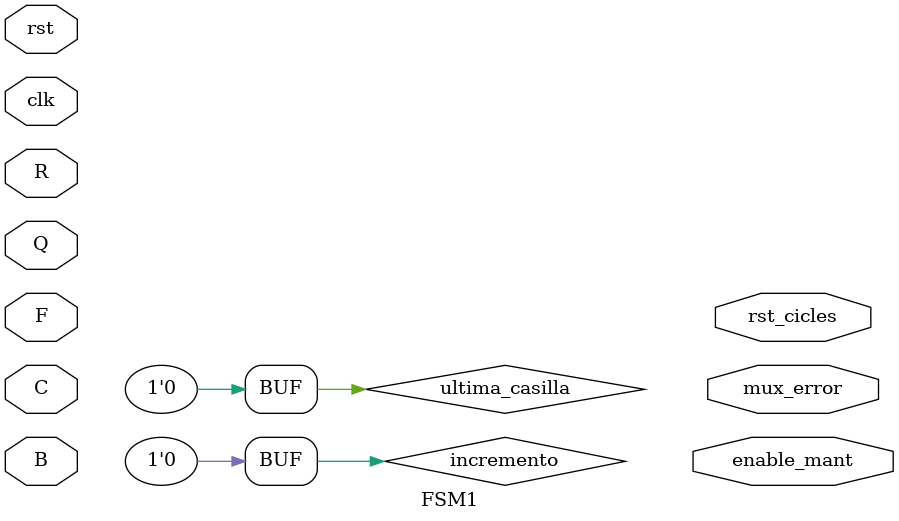
<source format=sv>
module FSM1(input R, Q, B, C, F,clk, rst, output enable_mant,rst_cicles,mux_error);

logic [1:0] state, next_state;

//actual state logic
always_ff @(posedge clk or negedge rst)
	if (~rst) state = 2'b00;
	else
		state = next_state;

//next state logic
always_comb
	case(state)
		3'b000: if (R) next_state = 3'b001; else next_state = 3'b000;
		3'b001: if(Q) next_state = 3'b000; else next_state = 3'b010;
		3'b010: if (B) next_state = 3'b100; else if(~B & ~C) next_state = 3'b010; else if(C) next_state = 3'b011;
		3'b011: if(F) next_state = 3'b010; else next_state = 3'b101;
		3'b100: next_state = 3'b010;
		3'b101: next_state = 3'b101;
		default: next_state = 3'b000;
	endcase

//output logic
assign next = (state == 3'b000);
assign bomba = (state == 3'b001);
assign revisar_siguiente = (state == 3'b010);
assign incremento = (state==3'b100);
assign ultima_casilla = (state==3'b101);

endmodule
</source>
